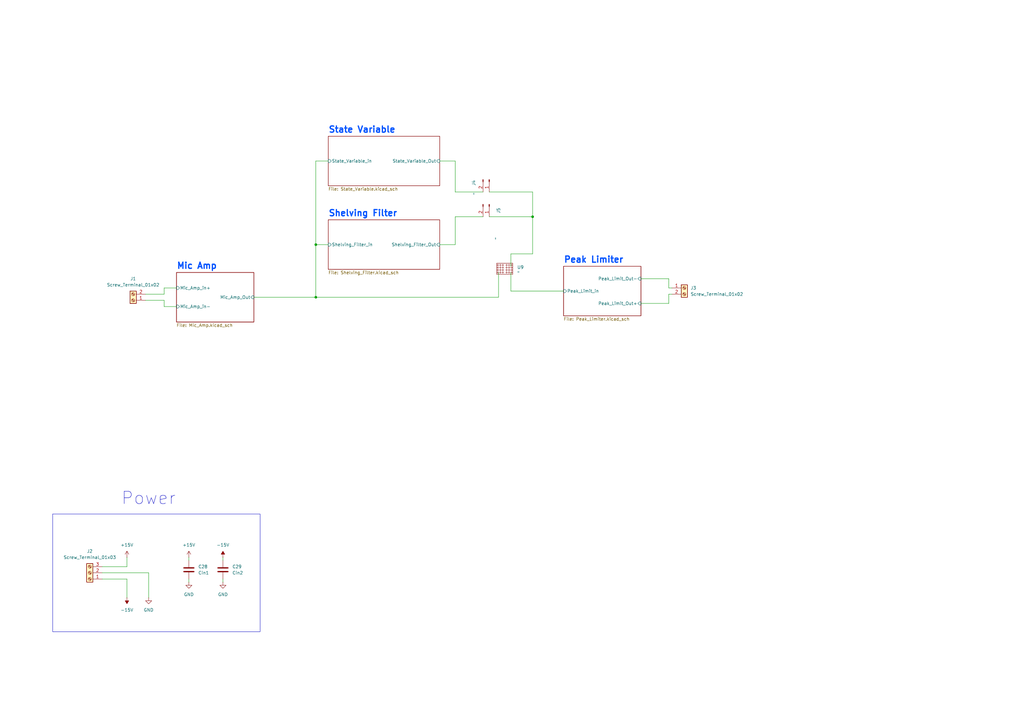
<source format=kicad_sch>
(kicad_sch (version 20231120) (generator "eeschema") (generator_version "8.0")
  (paper "A3")
  (lib_symbols
    (symbol "Connector:Conn_01x02_Pin" (pin_names (offset 1.016) hide)
      (property "Reference" "J" (at 0 2.54 0))
      (property "Value" "Conn_01x02_Pin" (at 0 -5.08 0))
      (symbol "Conn_01x02_Pin_1_1"
        (polyline (pts (xy 1.27 -2.54) (xy 0.8636 -2.54)) (stroke (width 0.1524)))
        (polyline (pts (xy 1.27 0) (xy 0.8636 0)) (stroke (width 0.1524)))
        (rectangle (start 0.8636 -2.413) (end 0 -2.667) (stroke (width 0.1524)) (fill (type outline)))
        (rectangle (start 0.8636 0.127) (end 0 -0.127) (stroke (width 0.1524)) (fill (type outline)))
        (pin passive line (at 5.08 0 180) (length 3.81) (name "Pin_1") (number "1"))
        (pin passive line (at 5.08 -2.54 180) (length 3.81) (name "Pin_2") (number "2"))
      )
    )
    (symbol "Connector:Screw_Terminal_01x02" (pin_names (offset 1.016) hide)
      (property "Reference" "J" (at 0 2.54 0))
      (property "Value" "Screw_Terminal_01x02" (at 0 -5.08 0))
      (symbol "Screw_Terminal_01x02_1_1"
        (rectangle (start -1.27 1.27) (end 1.27 -3.81) (stroke (width 0.254)) (fill (type background)))
        (circle (center 0 -2.54) (radius 0.635) (stroke (width 0.1524)))
        (polyline (pts (xy -0.5334 -2.2098) (xy 0.3302 -3.048)) (stroke (width 0.1524)))
        (polyline (pts (xy -0.5334 0.3302) (xy 0.3302 -0.508)) (stroke (width 0.1524)))
        (polyline (pts (xy -0.3556 -2.032) (xy 0.508 -2.8702)) (stroke (width 0.1524)))
        (polyline (pts (xy -0.3556 0.508) (xy 0.508 -0.3302)) (stroke (width 0.1524)))
        (circle (center 0 0) (radius 0.635) (stroke (width 0.1524)))
        (pin passive line (at -5.08 0 0) (length 3.81) (name "Pin_1") (number "1"))
        (pin passive line (at -5.08 -2.54 0) (length 3.81) (name "Pin_2") (number "2"))
      )
    )
    (symbol "Connector:Screw_Terminal_01x03" (pin_names (offset 1.016) hide)
      (property "Reference" "J" (at 0 5.08 0))
      (property "Value" "Screw_Terminal_01x03" (at 0 -5.08 0))
      (symbol "Screw_Terminal_01x03_1_1"
        (rectangle (start -1.27 3.81) (end 1.27 -3.81) (stroke (width 0.254)) (fill (type background)))
        (circle (center 0 -2.54) (radius 0.635) (stroke (width 0.1524)))
        (polyline (pts (xy -0.5334 -2.2098) (xy 0.3302 -3.048)) (stroke (width 0.1524)))
        (polyline (pts (xy -0.5334 0.3302) (xy 0.3302 -0.508)) (stroke (width 0.1524)))
        (polyline (pts (xy -0.5334 2.8702) (xy 0.3302 2.032)) (stroke (width 0.1524)))
        (polyline (pts (xy -0.3556 -2.032) (xy 0.508 -2.8702)) (stroke (width 0.1524)))
        (polyline (pts (xy -0.3556 0.508) (xy 0.508 -0.3302)) (stroke (width 0.1524)))
        (polyline (pts (xy -0.3556 3.048) (xy 0.508 2.2098)) (stroke (width 0.1524)))
        (circle (center 0 0) (radius 0.635) (stroke (width 0.1524)))
        (circle (center 0 2.54) (radius 0.635) (stroke (width 0.1524)))
        (pin passive line (at -5.08 2.54 0) (length 3.81) (name "Pin_1") (number "1"))
        (pin passive line (at -5.08 0 0) (length 3.81) (name "Pin_2") (number "2"))
        (pin passive line (at -5.08 -2.54 0) (length 3.81) (name "Pin_3") (number "3"))
      )
    )
    (symbol "Custom_parts:BreadBoard_Space"
      (property "Reference" "U" (at 0 3.556 0))
      (symbol "BreadBoard_Space_0_1"
        (rectangle (start -3.302 2.54) (end 3.302 -2.032))
        (circle (center -2.794 -1.27) (radius 0.254))
        (circle (center -2.794 -0.254) (radius 0.254))
        (circle (center -2.794 0.762) (radius 0.254))
        (circle (center -2.794 1.778) (radius 0.254))
        (circle (center -1.778 -1.27) (radius 0.254))
        (circle (center -1.778 -0.254) (radius 0.254))
        (circle (center -1.778 0.762) (radius 0.254))
        (circle (center -1.778 1.778) (radius 0.254))
        (circle (center -0.762 -1.27) (radius 0.254))
        (circle (center -0.762 -0.254) (radius 0.254))
        (circle (center -0.762 0.762) (radius 0.254))
        (circle (center -0.762 1.778) (radius 0.254))
        (circle (center 0.762 -1.27) (radius 0.254))
        (circle (center 0.762 -0.254) (radius 0.254))
        (circle (center 0.762 0.762) (radius 0.254))
        (circle (center 0.762 1.778) (radius 0.254))
        (circle (center 1.778 -1.27) (radius 0.254))
        (circle (center 1.778 -0.254) (radius 0.254))
        (circle (center 1.778 0.762) (radius 0.254))
        (circle (center 1.778 1.778) (radius 0.254))
        (circle (center 2.794 -1.27) (radius 0.254))
        (circle (center 2.794 -0.254) (radius 0.254))
        (circle (center 2.794 0.762) (radius 0.254))
        (circle (center 2.794 1.778) (radius 0.254))
      )
    )
    (symbol "Device:C" (pin_numbers hide) (pin_names (offset 0.254))
      (property "Reference" "C" (at 0.635 2.54 0))
      (property "Value" "C" (at 0.635 -2.54 0))
      (symbol "C_0_1"
        (polyline (pts (xy -2.032 -0.762) (xy 2.032 -0.762)) (stroke (width 0.508)))
        (polyline (pts (xy -2.032 0.762) (xy 2.032 0.762)) (stroke (width 0.508)))
      )
      (symbol "C_1_1"
        (pin passive line (at 0 3.81 270) (length 2.794) (name "~") (number "1"))
        (pin passive line (at 0 -3.81 90) (length 2.794) (name "~") (number "2"))
      )
    )
    (symbol "power:+15V" (power) (pin_numbers hide) (pin_names (offset 0) hide)
      (property "Value" "+15V" (at 0 3.556 0))
      (symbol "+15V_0_1"
        (polyline (pts (xy -0.762 1.27) (xy 0 2.54)))
        (polyline (pts (xy 0 0) (xy 0 2.54)))
        (polyline (pts (xy 0 2.54) (xy 0.762 1.27)))
      )
      (symbol "+15V_1_1"
        (pin power_in line (at 0 0 90) (length 0) (name "~") (number "1"))
      )
    )
    (symbol "power:-15V" (power) (pin_numbers hide) (pin_names (offset 0) hide)
      (property "Value" "-15V" (at 0 3.556 0))
      (symbol "-15V_0_0"
        (pin power_in line (at 0 0 90) (length 0) (name "~") (number "1"))
      )
      (symbol "-15V_0_1"
        (polyline (pts (xy 0 0) (xy 0 1.27) (xy 0.762 1.27) (xy 0 2.54) (xy -0.762 1.27) (xy 0 1.27)) (fill (type outline)))
      )
    )
    (symbol "power:GND" (power) (pin_numbers hide) (pin_names (offset 0) hide)
      (property "Value" "GND" (at 0 -3.81 0))
      (symbol "GND_0_1"
        (polyline (pts (xy 0 0) (xy 0 -1.27) (xy 1.27 -1.27) (xy 0 -2.54) (xy -1.27 -1.27) (xy 0 -1.27)))
      )
      (symbol "GND_1_1"
        (pin power_in line (at 0 0 270) (length 0) (name "~") (number "1"))
      )
    )
  )
  (junction (at 218.44 88.9))
  (junction (at 129.54 121.92))
  (junction (at 129.54 100.33))
  (wire (pts (xy 274.32 124.46) (xy 274.32 120.65)))
  (wire (pts (xy 204.47 111.76) (xy 204.47 121.92)))
  (wire (pts (xy 52.07 228.6) (xy 52.07 232.41)))
  (wire (pts (xy 67.31 125.73) (xy 72.39 125.73)))
  (wire (pts (xy 129.54 121.92) (xy 129.54 100.33)))
  (wire (pts (xy 77.47 229.87) (xy 77.47 228.6)))
  (wire (pts (xy 67.31 123.19) (xy 67.31 125.73)))
  (wire (pts (xy 104.14 121.92) (xy 129.54 121.92)))
  (wire (pts (xy 274.32 118.11) (xy 274.32 114.3)))
  (wire (pts (xy 59.69 123.19) (xy 67.31 123.19)))
  (wire (pts (xy 129.54 100.33) (xy 129.54 66.04)))
  (wire (pts (xy 274.32 114.3) (xy 262.89 114.3)))
  (wire (pts (xy 52.07 245.11) (xy 52.07 237.49)))
  (wire (pts (xy 129.54 66.04) (xy 134.62 66.04)))
  (wire (pts (xy 134.62 100.33) (xy 129.54 100.33)))
  (wire (pts (xy 77.47 238.76) (xy 77.47 237.49)))
  (wire (pts (xy 186.69 66.04) (xy 186.69 78.74)))
  (wire (pts (xy 209.55 104.14) (xy 209.55 109.22)))
  (wire (pts (xy 218.44 78.74) (xy 218.44 88.9)))
  (wire (pts (xy 186.69 88.9) (xy 198.12 88.9)))
  (wire (pts (xy 209.55 111.76) (xy 209.55 119.38)))
  (wire (pts (xy 180.34 66.04) (xy 186.69 66.04)))
  (wire (pts (xy 129.54 121.92) (xy 204.47 121.92)))
  (wire (pts (xy 218.44 88.9) (xy 218.44 104.14)))
  (wire (pts (xy 67.31 120.65) (xy 67.31 118.11)))
  (wire (pts (xy 60.96 245.11) (xy 60.96 234.95)))
  (wire (pts (xy 52.07 237.49) (xy 41.91 237.49)))
  (wire (pts (xy 186.69 78.74) (xy 198.12 78.74)))
  (wire (pts (xy 275.59 118.11) (xy 274.32 118.11)))
  (wire (pts (xy 274.32 120.65) (xy 275.59 120.65)))
  (wire (pts (xy 218.44 104.14) (xy 209.55 104.14)))
  (wire (pts (xy 200.66 88.9) (xy 218.44 88.9)))
  (wire (pts (xy 67.31 118.11) (xy 72.39 118.11)))
  (wire (pts (xy 231.14 119.38) (xy 209.55 119.38)))
  (wire (pts (xy 59.69 120.65) (xy 67.31 120.65)))
  (wire (pts (xy 60.96 234.95) (xy 41.91 234.95)))
  (wire (pts (xy 180.34 100.33) (xy 186.69 100.33)))
  (wire (pts (xy 91.44 238.76) (xy 91.44 237.49)))
  (wire (pts (xy 186.69 100.33) (xy 186.69 88.9)))
  (wire (pts (xy 91.44 229.87) (xy 91.44 228.6)))
  (wire (pts (xy 200.66 78.74) (xy 218.44 78.74)))
  (wire (pts (xy 262.89 124.46) (xy 274.32 124.46)))
  (wire (pts (xy 52.07 232.41) (xy 41.91 232.41)))
  (rectangle (start 21.59 210.82) (end 106.68 259.08))
  (text "Power" (at 60.96 204.47 0) (effects (font (size 5.08 5.08))))
  (symbol (lib_id "Device:C") (at 91.44 233.68 0) (unit 1)
    (property "Reference" "C29" (at 95.25 232.4099 0) (effects (justify left)))
    (property "Value" "Cin2" (at 95.25 234.9499 0) (effects (justify left)))
    (property "Footprint" "Capacitor_THT:CP_Radial_D10.0mm_P5.00mm" (effects (hide yes)))
    (property "Description" "Unpolarized capacitor" (effects (hide yes)))
  )
  (symbol (lib_id "Device:C") (at 77.47 233.68 0) (unit 1)
    (property "Reference" "C28" (at 81.28 232.4099 0) (effects (justify left)))
    (property "Value" "Cin1" (at 81.28 234.9499 0) (effects (justify left)))
    (property "Footprint" "Capacitor_THT:CP_Radial_D10.0mm_P5.00mm" (effects (hide yes)))
    (property "Description" "Unpolarized capacitor" (effects (hide yes)))
  )
  (symbol (lib_id "power:GND") (at 77.47 238.76 0) (unit 1)
    (property "Reference" "#PWR055" (effects (hide yes)))
    (property "Value" "GND" (at 77.47 243.84 0))
    (property "Description" "Power symbol creates a global label with name \"GND\" , ground" (effects (hide yes)))
  )
  (symbol (lib_id "Connector:Screw_Terminal_01x02") (at 280.67 118.11 0) (unit 1)
    (property "Reference" "J3" (at 283.21 118.1099 0) (effects (justify left)))
    (property "Value" "Screw_Terminal_01x02" (at 283.21 120.6499 0) (effects (justify left)))
    (property "Footprint" "TerminalBlock_TE-Connectivity:TerminalBlock_TE_282834-2_1x02_P2.54mm_Horizontal" (effects (hide yes)))
    (property "Description" "Generic screw terminal, single row, 01x02, script generated (kicad-library-utils/schlib/autogen/connector/)" (effects (hide yes)))
  )
  (symbol (lib_id "Custom_parts:BreadBoard_Space") (at 207.01 110.49 0) (unit 1)
    (property "Reference" "U9" (at 212.09 109.6009 0) (effects (justify left)))
    (property "Value" "~" (at 212.09 111.506 0) (effects (justify left)))
    (property "Footprint" "Custom_parts:BreadBoard Space" (effects (hide yes)))
  )
  (symbol (lib_id "power:+15V") (at 52.07 228.6 0) (unit 1)
    (property "Reference" "#PWR057" (effects (hide yes)))
    (property "Value" "+15V" (at 52.07 223.52 0))
    (property "Description" "Power symbol creates a global label with name \"+15V\"" (effects (hide yes)))
  )
  (symbol (lib_id "Connector:Screw_Terminal_01x03") (at 36.83 234.95 180) (unit 1)
    (property "Reference" "J2" (at 36.83 226.06 0))
    (property "Value" "Screw_Terminal_01x03" (at 36.83 228.6 0))
    (property "Footprint" "TerminalBlock_TE-Connectivity:TerminalBlock_TE_282834-3_1x03_P2.54mm_Horizontal" (effects (hide yes)))
    (property "Description" "Generic screw terminal, single row, 01x03, script generated (kicad-library-utils/schlib/autogen/connector/)" (effects (hide yes)))
  )
  (symbol (lib_id "Connector:Conn_01x02_Pin") (at 200.66 83.82 270) (unit 1)
    (property "Reference" "J5" (at 204.47 86.36 0))
    (property "Value" "~" (at 203.2 97.79 0))
    (property "Footprint" "Connector_PinHeader_2.54mm:PinHeader_1x02_P2.54mm_Vertical" (effects (hide yes)))
    (property "Description" "Generic connector, single row, 01x02, script generated" (effects (hide yes)))
  )
  (symbol (lib_id "power:-15V") (at 52.07 245.11 180) (unit 1)
    (property "Reference" "#PWR058" (effects (hide yes)))
    (property "Value" "-15V" (at 52.07 250.19 0))
    (property "Description" "Power symbol creates a global label with name \"-15V\"" (effects (hide yes)))
  )
  (symbol (lib_id "power:GND") (at 60.96 245.11 0) (unit 1)
    (property "Reference" "#PWR059" (effects (hide yes)))
    (property "Value" "GND" (at 60.96 250.19 0))
    (property "Description" "Power symbol creates a global label with name \"GND\" , ground" (effects (hide yes)))
  )
  (symbol (lib_id "Connector:Screw_Terminal_01x02") (at 54.61 123.19 180) (unit 1)
    (property "Reference" "J1" (at 54.61 114.3 0))
    (property "Value" "Screw_Terminal_01x02" (at 54.61 116.84 0))
    (property "Footprint" "TerminalBlock_TE-Connectivity:TerminalBlock_TE_282834-2_1x02_P2.54mm_Horizontal" (effects (hide yes)))
    (property "Description" "Generic screw terminal, single row, 01x02, script generated (kicad-library-utils/schlib/autogen/connector/)" (effects (hide yes)))
  )
  (symbol (lib_id "power:GND") (at 91.44 238.76 0) (unit 1)
    (property "Reference" "#PWR056" (effects (hide yes)))
    (property "Value" "GND" (at 91.44 243.84 0))
    (property "Description" "Power symbol creates a global label with name \"GND\" , ground" (effects (hide yes)))
  )
  (symbol (lib_id "power:-15V") (at 91.44 228.6 0) (unit 1)
    (property "Reference" "#PWR054" (effects (hide yes)))
    (property "Value" "-15V" (at 91.44 223.52 0))
    (property "Description" "Power symbol creates a global label with name \"-15V\"" (effects (hide yes)))
  )
  (symbol (lib_id "power:+15V") (at 77.47 228.6 0) (unit 1)
    (property "Reference" "#PWR053" (effects (hide yes)))
    (property "Value" "+15V" (at 77.47 223.52 0))
    (property "Description" "Power symbol creates a global label with name \"+15V\"" (effects (hide yes)))
  )
  (symbol (lib_id "Connector:Conn_01x02_Pin") (at 200.66 73.66 270) (unit 1)
    (property "Reference" "J4" (at 194.31 76.2 0) (effects (justify right)))
    (property "Value" "~" (at 194.31 80.01 0) (effects (justify right)))
    (property "Footprint" "Connector_PinHeader_2.54mm:PinHeader_1x02_P2.54mm_Vertical" (effects (hide yes)))
    (property "Description" "Generic connector, single row, 01x02, script generated" (effects (hide yes)))
  )
  (sheet (at 72.39 111.76) (size 31.75 20.32) (stroke (width 0.1524))
    (property "Sheetname" "Mic Amp" (at 72.39 110.4134 0) (effects (font (size 2.54 2.54) (bold yes)) (justify left bottom)))
    (property "Sheetfile" "Mic_Amp.kicad_sch" (at 72.39 132.6646 0) (effects (justify left top)))
    (pin "Mic_Amp_Out" input (at 104.14 121.92 0))
    (pin "Mic_Amp_in+" input (at 72.39 118.11 180))
    (pin "Mic_Amp_in-" input (at 72.39 125.73 180))
  )
  (sheet (at 134.62 90.17) (size 45.72 20.32) (stroke (width 0.1524))
    (property "Sheetname" "Shelving Filter" (at 134.62 88.8234 0) (effects (font (size 2.54 2.54) (bold yes)) (justify left bottom)))
    (property "Sheetfile" "Shelving_Filter.kicad_sch" (at 134.62 111.0746 0) (effects (justify left top)))
    (pin "Shelving_Filter_in" input (at 134.62 100.33 180))
    (pin "Shelving_Filter_Out" input (at 180.34 100.33 0))
  )
  (sheet (at 134.62 55.88) (size 45.72 20.32) (stroke (width 0.1524))
    (property "Sheetname" "State Variable" (at 134.62 54.5334 0) (effects (font (size 2.54 2.54) (bold yes)) (justify left bottom)))
    (property "Sheetfile" "State_Variable.kicad_sch" (at 134.62 76.7846 0) (effects (justify left top)))
    (pin "State_Variable_in" input (at 134.62 66.04 180))
    (pin "State_Variable_Out" input (at 180.34 66.04 0))
  )
  (sheet (at 231.14 109.22) (size 31.75 20.32) (stroke (width 0.1524))
    (property "Sheetname" "Peak Limiter" (at 231.14 107.8734 0) (effects (font (size 2.54 2.54) (bold yes)) (justify left bottom)))
    (property "Sheetfile" "Peak_Limiter.kicad_sch" (at 231.14 130.1246 0) (effects (justify left top)))
    (pin "Peak_Limit_Out+" input (at 262.89 124.46 0))
    (pin "Peak_Limit_Out-" input (at 262.89 114.3 0))
    (pin "Peak_Limit_in" input (at 231.14 119.38 180))
  )
)
</source>
